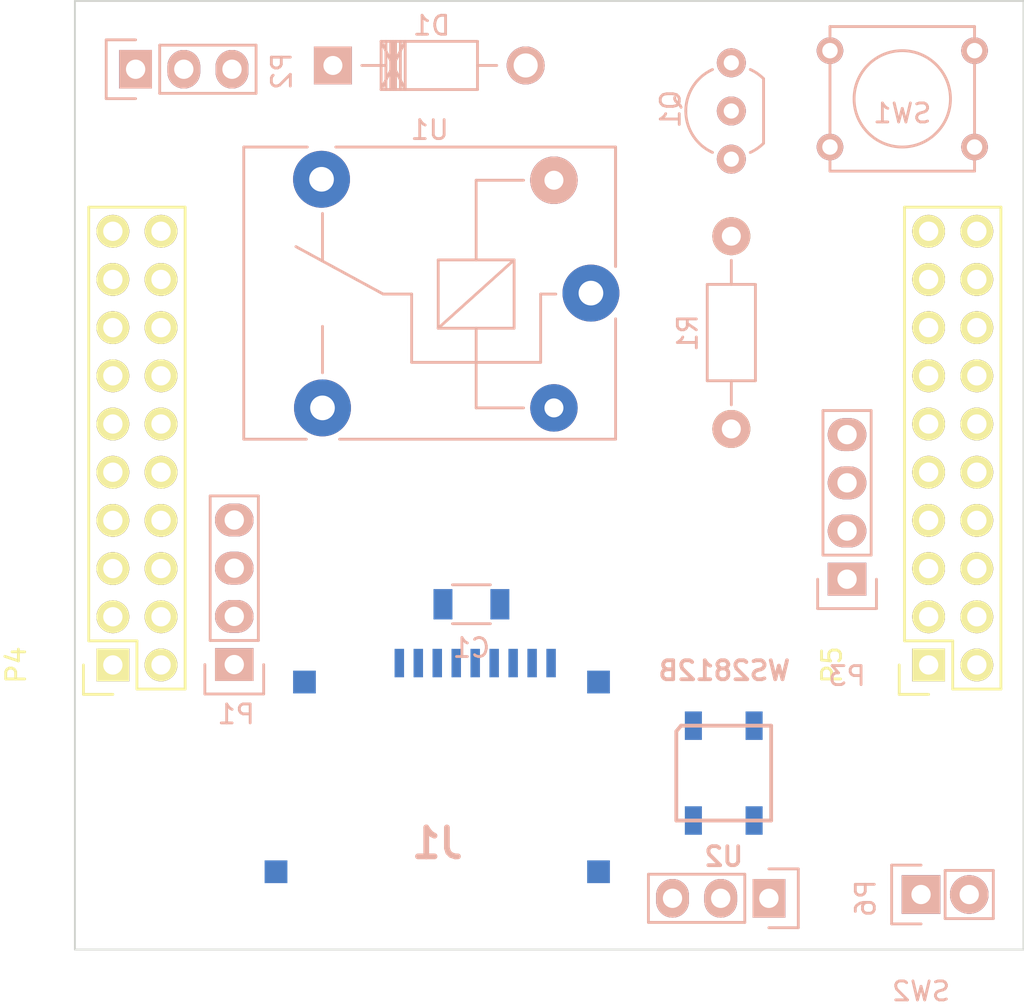
<source format=kicad_pcb>
(kicad_pcb (version 4) (host pcbnew 4.0.2-stable)

  (general
    (links 39)
    (no_connects 39)
    (area 11.949999 11.949999 62.050001 62.050001)
    (thickness 1.6)
    (drawings 4)
    (tracks 0)
    (zones 0)
    (modules 15)
    (nets 48)
  )

  (page A4)
  (layers
    (0 F.Cu signal)
    (31 B.Cu signal)
    (32 B.Adhes user)
    (33 F.Adhes user)
    (34 B.Paste user)
    (35 F.Paste user)
    (36 B.SilkS user)
    (37 F.SilkS user)
    (38 B.Mask user)
    (39 F.Mask user)
    (40 Dwgs.User user)
    (41 Cmts.User user)
    (42 Eco1.User user)
    (43 Eco2.User user)
    (44 Edge.Cuts user)
    (45 Margin user)
    (46 B.CrtYd user)
    (47 F.CrtYd user)
    (48 B.Fab user)
    (49 F.Fab user)
  )

  (setup
    (last_trace_width 0.25)
    (trace_clearance 0.2)
    (zone_clearance 0.508)
    (zone_45_only no)
    (trace_min 0.2)
    (segment_width 0.2)
    (edge_width 0.1)
    (via_size 0.6)
    (via_drill 0.4)
    (via_min_size 0.4)
    (via_min_drill 0.3)
    (uvia_size 0.3)
    (uvia_drill 0.1)
    (uvias_allowed no)
    (uvia_min_size 0.2)
    (uvia_min_drill 0.1)
    (pcb_text_width 0.3)
    (pcb_text_size 1.5 1.5)
    (mod_edge_width 0.15)
    (mod_text_size 1 1)
    (mod_text_width 0.15)
    (pad_size 1.5 1.5)
    (pad_drill 0.6)
    (pad_to_mask_clearance 0)
    (aux_axis_origin 0 0)
    (visible_elements FFFFFF7F)
    (pcbplotparams
      (layerselection 0x00030_80000001)
      (usegerberextensions false)
      (excludeedgelayer true)
      (linewidth 1.000000)
      (plotframeref false)
      (viasonmask false)
      (mode 1)
      (useauxorigin false)
      (hpglpennumber 1)
      (hpglpenspeed 20)
      (hpglpendiameter 15)
      (hpglpenoverlay 2)
      (psnegative false)
      (psa4output false)
      (plotreference true)
      (plotvalue true)
      (plotinvisibletext false)
      (padsonsilk false)
      (subtractmaskfromsilk false)
      (outputformat 1)
      (mirror false)
      (drillshape 1)
      (scaleselection 1)
      (outputdirectory ""))
  )

  (net 0 "")
  (net 1 +3.3v)
  (net 2 GND)
  (net 3 "Net-(D1-Pad2)")
  (net 4 +5V)
  (net 5 "Net-(J1-Pad8)")
  (net 6 PQ2)
  (net 7 PQ0)
  (net 8 PQ3)
  (net 9 PQ1)
  (net 10 "Net-(J1-Pad1)")
  (net 11 PP0)
  (net 12 PP1)
  (net 13 "Net-(P2-Pad1)")
  (net 14 "Net-(P2-Pad2)")
  (net 15 "Net-(P2-Pad3)")
  (net 16 PM0)
  (net 17 PM1)
  (net 18 PM2)
  (net 19 PD2)
  (net 20 PB4)
  (net 21 PB5)
  (net 22 JP4?)
  (net 23 PK0)
  (net 24 JP5?)
  (net 25 PK1)
  (net 26 PK2)
  (net 27 PP4)
  (net 28 PK3)
  (net 29 PN5)
  (net 30 PA4)
  (net 31 PN4)
  (net 32 PA5)
  (net 33 PG1)
  (net 34 PK4)
  (net 35 PM7)
  (net 36 PK5)
  (net 37 PP5)
  (net 38 PA7)
  (net 39 /RESET)
  (net 40 PH0)
  (net 41 PH1)
  (net 42 PP3)
  (net 43 PK6)
  (net 44 PK7)
  (net 45 PM6)
  (net 46 "Net-(P6-Pad2)")
  (net 47 "Net-(Q1-Pad2)")

  (net_class Default "This is the default net class."
    (clearance 0.2)
    (trace_width 0.25)
    (via_dia 0.6)
    (via_drill 0.4)
    (uvia_dia 0.3)
    (uvia_drill 0.1)
    (add_net +3.3v)
    (add_net +5V)
    (add_net /RESET)
    (add_net GND)
    (add_net JP4?)
    (add_net JP5?)
    (add_net "Net-(D1-Pad2)")
    (add_net "Net-(J1-Pad1)")
    (add_net "Net-(J1-Pad8)")
    (add_net "Net-(P2-Pad1)")
    (add_net "Net-(P2-Pad2)")
    (add_net "Net-(P2-Pad3)")
    (add_net "Net-(P6-Pad2)")
    (add_net "Net-(Q1-Pad2)")
    (add_net PA4)
    (add_net PA5)
    (add_net PA7)
    (add_net PB4)
    (add_net PB5)
    (add_net PD2)
    (add_net PG1)
    (add_net PH0)
    (add_net PH1)
    (add_net PK0)
    (add_net PK1)
    (add_net PK2)
    (add_net PK3)
    (add_net PK4)
    (add_net PK5)
    (add_net PK6)
    (add_net PK7)
    (add_net PM0)
    (add_net PM1)
    (add_net PM2)
    (add_net PM6)
    (add_net PM7)
    (add_net PN4)
    (add_net PN5)
    (add_net PP0)
    (add_net PP1)
    (add_net PP3)
    (add_net PP4)
    (add_net PP5)
    (add_net PQ0)
    (add_net PQ1)
    (add_net PQ2)
    (add_net PQ3)
  )

  (module Capacitors_SMD:C_1206 (layer B.Cu) (tedit 5415D7BD) (tstamp 575C7886)
    (at 32.9 43.8)
    (descr "Capacitor SMD 1206, reflow soldering, AVX (see smccp.pdf)")
    (tags "capacitor 1206")
    (path /5736F818)
    (attr smd)
    (fp_text reference C1 (at 0 2.3) (layer B.SilkS)
      (effects (font (size 1 1) (thickness 0.15)) (justify mirror))
    )
    (fp_text value C_Small (at 0 -2.3) (layer B.Fab)
      (effects (font (size 1 1) (thickness 0.15)) (justify mirror))
    )
    (fp_line (start -2.3 1.15) (end 2.3 1.15) (layer B.CrtYd) (width 0.05))
    (fp_line (start -2.3 -1.15) (end 2.3 -1.15) (layer B.CrtYd) (width 0.05))
    (fp_line (start -2.3 1.15) (end -2.3 -1.15) (layer B.CrtYd) (width 0.05))
    (fp_line (start 2.3 1.15) (end 2.3 -1.15) (layer B.CrtYd) (width 0.05))
    (fp_line (start 1 1.025) (end -1 1.025) (layer B.SilkS) (width 0.15))
    (fp_line (start -1 -1.025) (end 1 -1.025) (layer B.SilkS) (width 0.15))
    (pad 1 smd rect (at -1.5 0) (size 1 1.6) (layers B.Cu B.Paste B.Mask)
      (net 1 +3.3v))
    (pad 2 smd rect (at 1.5 0) (size 1 1.6) (layers B.Cu B.Paste B.Mask)
      (net 2 GND))
    (model Capacitors_SMD.3dshapes/C_1206.wrl
      (at (xyz 0 0 0))
      (scale (xyz 1 1 1))
      (rotate (xyz 0 0 0))
    )
  )

  (module Diodes_ThroughHole:Diode_DO-41_SOD81_Horizontal_RM10 (layer B.Cu) (tedit 552FFCCE) (tstamp 575C788C)
    (at 25.6 15.39746)
    (descr "Diode, DO-41, SOD81, Horizontal, RM 10mm,")
    (tags "Diode, DO-41, SOD81, Horizontal, RM 10mm, 1N4007, SB140,")
    (path /572DD85B)
    (fp_text reference D1 (at 5.2 -2.09746) (layer B.SilkS)
      (effects (font (size 1 1) (thickness 0.15)) (justify mirror))
    )
    (fp_text value 1N4007 (at 5.2 2.30254) (layer B.Fab)
      (effects (font (size 1 1) (thickness 0.15)) (justify mirror))
    )
    (fp_line (start 7.62 0.00254) (end 8.636 0.00254) (layer B.SilkS) (width 0.15))
    (fp_line (start 2.794 0.00254) (end 1.524 0.00254) (layer B.SilkS) (width 0.15))
    (fp_line (start 3.048 1.27254) (end 3.048 -1.26746) (layer B.SilkS) (width 0.15))
    (fp_line (start 3.302 1.27254) (end 3.302 -1.26746) (layer B.SilkS) (width 0.15))
    (fp_line (start 3.556 1.27254) (end 3.556 -1.26746) (layer B.SilkS) (width 0.15))
    (fp_line (start 2.794 1.27254) (end 2.794 -1.26746) (layer B.SilkS) (width 0.15))
    (fp_line (start 3.81 1.27254) (end 2.54 -1.26746) (layer B.SilkS) (width 0.15))
    (fp_line (start 2.54 1.27254) (end 3.81 -1.26746) (layer B.SilkS) (width 0.15))
    (fp_line (start 3.81 1.27254) (end 3.81 -1.26746) (layer B.SilkS) (width 0.15))
    (fp_line (start 3.175 1.27254) (end 3.175 -1.26746) (layer B.SilkS) (width 0.15))
    (fp_line (start 2.54 -1.26746) (end 2.54 1.27254) (layer B.SilkS) (width 0.15))
    (fp_line (start 2.54 1.27254) (end 7.62 1.27254) (layer B.SilkS) (width 0.15))
    (fp_line (start 7.62 1.27254) (end 7.62 -1.26746) (layer B.SilkS) (width 0.15))
    (fp_line (start 7.62 -1.26746) (end 2.54 -1.26746) (layer B.SilkS) (width 0.15))
    (pad 2 thru_hole circle (at 10.16 0.00254 180) (size 1.99898 1.99898) (drill 1.27) (layers *.Cu *.Mask B.SilkS)
      (net 3 "Net-(D1-Pad2)"))
    (pad 1 thru_hole rect (at 0 0.00254 180) (size 1.99898 1.99898) (drill 1.00076) (layers *.Cu *.Mask B.SilkS)
      (net 4 +5V))
  )

  (module Pin_Headers:Pin_Header_Straight_1x04 (layer B.Cu) (tedit 0) (tstamp 575C78A4)
    (at 20.4 46.98)
    (descr "Through hole pin header")
    (tags "pin header")
    (path /572DBA37)
    (fp_text reference P1 (at 0.1 2.62) (layer B.SilkS)
      (effects (font (size 1 1) (thickness 0.15)) (justify mirror))
    )
    (fp_text value CONN_NFC (at 2.6 -5.68 90) (layer B.Fab)
      (effects (font (size 1 1) (thickness 0.15)) (justify mirror))
    )
    (fp_line (start -1.75 1.75) (end -1.75 -9.4) (layer B.CrtYd) (width 0.05))
    (fp_line (start 1.75 1.75) (end 1.75 -9.4) (layer B.CrtYd) (width 0.05))
    (fp_line (start -1.75 1.75) (end 1.75 1.75) (layer B.CrtYd) (width 0.05))
    (fp_line (start -1.75 -9.4) (end 1.75 -9.4) (layer B.CrtYd) (width 0.05))
    (fp_line (start -1.27 -1.27) (end -1.27 -8.89) (layer B.SilkS) (width 0.15))
    (fp_line (start 1.27 -1.27) (end 1.27 -8.89) (layer B.SilkS) (width 0.15))
    (fp_line (start 1.55 1.55) (end 1.55 0) (layer B.SilkS) (width 0.15))
    (fp_line (start -1.27 -8.89) (end 1.27 -8.89) (layer B.SilkS) (width 0.15))
    (fp_line (start 1.27 -1.27) (end -1.27 -1.27) (layer B.SilkS) (width 0.15))
    (fp_line (start -1.55 0) (end -1.55 1.55) (layer B.SilkS) (width 0.15))
    (fp_line (start -1.55 1.55) (end 1.55 1.55) (layer B.SilkS) (width 0.15))
    (pad 1 thru_hole rect (at 0 0) (size 2.032 1.7272) (drill 1.016) (layers *.Cu *.Mask B.SilkS)
      (net 2 GND))
    (pad 2 thru_hole oval (at 0 -2.54) (size 2.032 1.7272) (drill 1.016) (layers *.Cu *.Mask B.SilkS)
      (net 1 +3.3v))
    (pad 3 thru_hole oval (at 0 -5.08) (size 2.032 1.7272) (drill 1.016) (layers *.Cu *.Mask B.SilkS)
      (net 11 PP0))
    (pad 4 thru_hole oval (at 0 -7.62) (size 2.032 1.7272) (drill 1.016) (layers *.Cu *.Mask B.SilkS)
      (net 12 PP1))
    (model Pin_Headers.3dshapes/Pin_Header_Straight_1x04.wrl
      (at (xyz 0 -0.15 0))
      (scale (xyz 1 1 1))
      (rotate (xyz 0 0 90))
    )
  )

  (module Pin_Headers:Pin_Header_Straight_1x03 (layer B.Cu) (tedit 0) (tstamp 575C78AB)
    (at 15.2 15.6 270)
    (descr "Through hole pin header")
    (tags "pin header")
    (path /572DDE2B)
    (fp_text reference P2 (at 0.1 -7.7 270) (layer B.SilkS)
      (effects (font (size 1 1) (thickness 0.15)) (justify mirror))
    )
    (fp_text value CONN_RELAY (at -2.6 -2.44 360) (layer B.Fab)
      (effects (font (size 1 1) (thickness 0.15)) (justify mirror))
    )
    (fp_line (start -1.75 1.75) (end -1.75 -6.85) (layer B.CrtYd) (width 0.05))
    (fp_line (start 1.75 1.75) (end 1.75 -6.85) (layer B.CrtYd) (width 0.05))
    (fp_line (start -1.75 1.75) (end 1.75 1.75) (layer B.CrtYd) (width 0.05))
    (fp_line (start -1.75 -6.85) (end 1.75 -6.85) (layer B.CrtYd) (width 0.05))
    (fp_line (start -1.27 -1.27) (end -1.27 -6.35) (layer B.SilkS) (width 0.15))
    (fp_line (start -1.27 -6.35) (end 1.27 -6.35) (layer B.SilkS) (width 0.15))
    (fp_line (start 1.27 -6.35) (end 1.27 -1.27) (layer B.SilkS) (width 0.15))
    (fp_line (start 1.55 1.55) (end 1.55 0) (layer B.SilkS) (width 0.15))
    (fp_line (start 1.27 -1.27) (end -1.27 -1.27) (layer B.SilkS) (width 0.15))
    (fp_line (start -1.55 0) (end -1.55 1.55) (layer B.SilkS) (width 0.15))
    (fp_line (start -1.55 1.55) (end 1.55 1.55) (layer B.SilkS) (width 0.15))
    (pad 1 thru_hole rect (at 0 0 270) (size 2.032 1.7272) (drill 1.016) (layers *.Cu *.Mask B.SilkS)
      (net 13 "Net-(P2-Pad1)"))
    (pad 2 thru_hole oval (at 0 -2.54 270) (size 2.032 1.7272) (drill 1.016) (layers *.Cu *.Mask B.SilkS)
      (net 14 "Net-(P2-Pad2)"))
    (pad 3 thru_hole oval (at 0 -5.08 270) (size 2.032 1.7272) (drill 1.016) (layers *.Cu *.Mask B.SilkS)
      (net 15 "Net-(P2-Pad3)"))
    (model Pin_Headers.3dshapes/Pin_Header_Straight_1x03.wrl
      (at (xyz 0 -0.1 0))
      (scale (xyz 1 1 1))
      (rotate (xyz 0 0 90))
    )
  )

  (module Pin_Headers:Pin_Header_Straight_1x04 (layer B.Cu) (tedit 0) (tstamp 575C78B3)
    (at 52.7 42.48)
    (descr "Through hole pin header")
    (tags "pin header")
    (path /572DBB8D)
    (fp_text reference P3 (at 0 5.1) (layer B.SilkS)
      (effects (font (size 1 1) (thickness 0.15)) (justify mirror))
    )
    (fp_text value CONN_RGB_LED (at 0 3.1) (layer B.Fab)
      (effects (font (size 1 1) (thickness 0.15)) (justify mirror))
    )
    (fp_line (start -1.75 1.75) (end -1.75 -9.4) (layer B.CrtYd) (width 0.05))
    (fp_line (start 1.75 1.75) (end 1.75 -9.4) (layer B.CrtYd) (width 0.05))
    (fp_line (start -1.75 1.75) (end 1.75 1.75) (layer B.CrtYd) (width 0.05))
    (fp_line (start -1.75 -9.4) (end 1.75 -9.4) (layer B.CrtYd) (width 0.05))
    (fp_line (start -1.27 -1.27) (end -1.27 -8.89) (layer B.SilkS) (width 0.15))
    (fp_line (start 1.27 -1.27) (end 1.27 -8.89) (layer B.SilkS) (width 0.15))
    (fp_line (start 1.55 1.55) (end 1.55 0) (layer B.SilkS) (width 0.15))
    (fp_line (start -1.27 -8.89) (end 1.27 -8.89) (layer B.SilkS) (width 0.15))
    (fp_line (start 1.27 -1.27) (end -1.27 -1.27) (layer B.SilkS) (width 0.15))
    (fp_line (start -1.55 0) (end -1.55 1.55) (layer B.SilkS) (width 0.15))
    (fp_line (start -1.55 1.55) (end 1.55 1.55) (layer B.SilkS) (width 0.15))
    (pad 1 thru_hole rect (at 0 0) (size 2.032 1.7272) (drill 1.016) (layers *.Cu *.Mask B.SilkS)
      (net 1 +3.3v))
    (pad 2 thru_hole oval (at 0 -2.54) (size 2.032 1.7272) (drill 1.016) (layers *.Cu *.Mask B.SilkS)
      (net 16 PM0))
    (pad 3 thru_hole oval (at 0 -5.08) (size 2.032 1.7272) (drill 1.016) (layers *.Cu *.Mask B.SilkS)
      (net 17 PM1))
    (pad 4 thru_hole oval (at 0 -7.62) (size 2.032 1.7272) (drill 1.016) (layers *.Cu *.Mask B.SilkS)
      (net 18 PM2))
    (model Pin_Headers.3dshapes/Pin_Header_Straight_1x04.wrl
      (at (xyz 0 -0.15 0))
      (scale (xyz 1 1 1))
      (rotate (xyz 0 0 90))
    )
  )

  (module Socket_Strips:Socket_Strip_Straight_2x10 locked (layer F.Cu) (tedit 0) (tstamp 575C78CB)
    (at 14 47 90)
    (descr "Through hole socket strip")
    (tags "socket strip")
    (path /572DB46B)
    (fp_text reference P4 (at 0 -5.1 90) (layer F.SilkS)
      (effects (font (size 1 1) (thickness 0.15)))
    )
    (fp_text value CONN_X6 (at 21.4 5.2 90) (layer F.Fab)
      (effects (font (size 1 1) (thickness 0.15)))
    )
    (fp_line (start -1.75 -1.75) (end -1.75 4.3) (layer F.CrtYd) (width 0.05))
    (fp_line (start 24.65 -1.75) (end 24.65 4.3) (layer F.CrtYd) (width 0.05))
    (fp_line (start -1.75 -1.75) (end 24.65 -1.75) (layer F.CrtYd) (width 0.05))
    (fp_line (start -1.75 4.3) (end 24.65 4.3) (layer F.CrtYd) (width 0.05))
    (fp_line (start 24.13 3.81) (end -1.27 3.81) (layer F.SilkS) (width 0.15))
    (fp_line (start 1.27 -1.27) (end 24.13 -1.27) (layer F.SilkS) (width 0.15))
    (fp_line (start 24.13 3.81) (end 24.13 -1.27) (layer F.SilkS) (width 0.15))
    (fp_line (start -1.27 3.81) (end -1.27 1.27) (layer F.SilkS) (width 0.15))
    (fp_line (start 0 -1.55) (end -1.55 -1.55) (layer F.SilkS) (width 0.15))
    (fp_line (start -1.27 1.27) (end 1.27 1.27) (layer F.SilkS) (width 0.15))
    (fp_line (start 1.27 1.27) (end 1.27 -1.27) (layer F.SilkS) (width 0.15))
    (fp_line (start -1.55 -1.55) (end -1.55 0) (layer F.SilkS) (width 0.15))
    (pad 1 thru_hole rect (at 0 0 90) (size 1.7272 1.7272) (drill 1.016) (layers *.Cu *.Mask F.SilkS)
      (net 1 +3.3v))
    (pad 2 thru_hole oval (at 0 2.54 90) (size 1.7272 1.7272) (drill 1.016) (layers *.Cu *.Mask F.SilkS)
      (net 4 +5V))
    (pad 3 thru_hole oval (at 2.54 0 90) (size 1.7272 1.7272) (drill 1.016) (layers *.Cu *.Mask F.SilkS)
      (net 19 PD2))
    (pad 4 thru_hole oval (at 2.54 2.54 90) (size 1.7272 1.7272) (drill 1.016) (layers *.Cu *.Mask F.SilkS)
      (net 2 GND))
    (pad 5 thru_hole oval (at 5.08 0 90) (size 1.7272 1.7272) (drill 1.016) (layers *.Cu *.Mask F.SilkS)
      (net 11 PP0))
    (pad 6 thru_hole oval (at 5.08 2.54 90) (size 1.7272 1.7272) (drill 1.016) (layers *.Cu *.Mask F.SilkS)
      (net 20 PB4))
    (pad 7 thru_hole oval (at 7.62 0 90) (size 1.7272 1.7272) (drill 1.016) (layers *.Cu *.Mask F.SilkS)
      (net 12 PP1))
    (pad 8 thru_hole oval (at 7.62 2.54 90) (size 1.7272 1.7272) (drill 1.016) (layers *.Cu *.Mask F.SilkS)
      (net 21 PB5))
    (pad 9 thru_hole oval (at 10.16 0 90) (size 1.7272 1.7272) (drill 1.016) (layers *.Cu *.Mask F.SilkS)
      (net 22 JP4?))
    (pad 10 thru_hole oval (at 10.16 2.54 90) (size 1.7272 1.7272) (drill 1.016) (layers *.Cu *.Mask F.SilkS)
      (net 23 PK0))
    (pad 11 thru_hole oval (at 12.7 0 90) (size 1.7272 1.7272) (drill 1.016) (layers *.Cu *.Mask F.SilkS)
      (net 24 JP5?))
    (pad 12 thru_hole oval (at 12.7 2.54 90) (size 1.7272 1.7272) (drill 1.016) (layers *.Cu *.Mask F.SilkS)
      (net 25 PK1))
    (pad 13 thru_hole oval (at 15.24 0 90) (size 1.7272 1.7272) (drill 1.016) (layers *.Cu *.Mask F.SilkS)
      (net 7 PQ0))
    (pad 14 thru_hole oval (at 15.24 2.54 90) (size 1.7272 1.7272) (drill 1.016) (layers *.Cu *.Mask F.SilkS)
      (net 26 PK2))
    (pad 15 thru_hole oval (at 17.78 0 90) (size 1.7272 1.7272) (drill 1.016) (layers *.Cu *.Mask F.SilkS)
      (net 27 PP4))
    (pad 16 thru_hole oval (at 17.78 2.54 90) (size 1.7272 1.7272) (drill 1.016) (layers *.Cu *.Mask F.SilkS)
      (net 28 PK3))
    (pad 17 thru_hole oval (at 20.32 0 90) (size 1.7272 1.7272) (drill 1.016) (layers *.Cu *.Mask F.SilkS)
      (net 29 PN5))
    (pad 18 thru_hole oval (at 20.32 2.54 90) (size 1.7272 1.7272) (drill 1.016) (layers *.Cu *.Mask F.SilkS)
      (net 30 PA4))
    (pad 19 thru_hole oval (at 22.86 0 90) (size 1.7272 1.7272) (drill 1.016) (layers *.Cu *.Mask F.SilkS)
      (net 31 PN4))
    (pad 20 thru_hole oval (at 22.86 2.54 90) (size 1.7272 1.7272) (drill 1.016) (layers *.Cu *.Mask F.SilkS)
      (net 32 PA5))
    (model Socket_Strips.3dshapes/Socket_Strip_Straight_2x10.wrl
      (at (xyz 0.45 -0.05 0))
      (scale (xyz 1 1 1))
      (rotate (xyz 0 0 180))
    )
  )

  (module Socket_Strips:Socket_Strip_Straight_2x10 locked (layer F.Cu) (tedit 0) (tstamp 575C78E3)
    (at 57 47 90)
    (descr "Through hole socket strip")
    (tags "socket strip")
    (path /572DB41F)
    (fp_text reference P5 (at 0 -5.1 90) (layer F.SilkS)
      (effects (font (size 1 1) (thickness 0.15)))
    )
    (fp_text value CONN_X7 (at 0 -3.1 90) (layer F.Fab)
      (effects (font (size 1 1) (thickness 0.15)))
    )
    (fp_line (start -1.75 -1.75) (end -1.75 4.3) (layer F.CrtYd) (width 0.05))
    (fp_line (start 24.65 -1.75) (end 24.65 4.3) (layer F.CrtYd) (width 0.05))
    (fp_line (start -1.75 -1.75) (end 24.65 -1.75) (layer F.CrtYd) (width 0.05))
    (fp_line (start -1.75 4.3) (end 24.65 4.3) (layer F.CrtYd) (width 0.05))
    (fp_line (start 24.13 3.81) (end -1.27 3.81) (layer F.SilkS) (width 0.15))
    (fp_line (start 1.27 -1.27) (end 24.13 -1.27) (layer F.SilkS) (width 0.15))
    (fp_line (start 24.13 3.81) (end 24.13 -1.27) (layer F.SilkS) (width 0.15))
    (fp_line (start -1.27 3.81) (end -1.27 1.27) (layer F.SilkS) (width 0.15))
    (fp_line (start 0 -1.55) (end -1.55 -1.55) (layer F.SilkS) (width 0.15))
    (fp_line (start -1.27 1.27) (end 1.27 1.27) (layer F.SilkS) (width 0.15))
    (fp_line (start 1.27 1.27) (end 1.27 -1.27) (layer F.SilkS) (width 0.15))
    (fp_line (start -1.55 -1.55) (end -1.55 0) (layer F.SilkS) (width 0.15))
    (pad 1 thru_hole rect (at 0 0 90) (size 1.7272 1.7272) (drill 1.016) (layers *.Cu *.Mask F.SilkS)
      (net 33 PG1))
    (pad 2 thru_hole oval (at 0 2.54 90) (size 1.7272 1.7272) (drill 1.016) (layers *.Cu *.Mask F.SilkS)
      (net 2 GND))
    (pad 3 thru_hole oval (at 2.54 0 90) (size 1.7272 1.7272) (drill 1.016) (layers *.Cu *.Mask F.SilkS)
      (net 34 PK4))
    (pad 4 thru_hole oval (at 2.54 2.54 90) (size 1.7272 1.7272) (drill 1.016) (layers *.Cu *.Mask F.SilkS)
      (net 35 PM7))
    (pad 5 thru_hole oval (at 5.08 0 90) (size 1.7272 1.7272) (drill 1.016) (layers *.Cu *.Mask F.SilkS)
      (net 36 PK5))
    (pad 6 thru_hole oval (at 5.08 2.54 90) (size 1.7272 1.7272) (drill 1.016) (layers *.Cu *.Mask F.SilkS)
      (net 37 PP5))
    (pad 7 thru_hole oval (at 7.62 0 90) (size 1.7272 1.7272) (drill 1.016) (layers *.Cu *.Mask F.SilkS)
      (net 16 PM0))
    (pad 8 thru_hole oval (at 7.62 2.54 90) (size 1.7272 1.7272) (drill 1.016) (layers *.Cu *.Mask F.SilkS)
      (net 38 PA7))
    (pad 9 thru_hole oval (at 10.16 0 90) (size 1.7272 1.7272) (drill 1.016) (layers *.Cu *.Mask F.SilkS)
      (net 17 PM1))
    (pad 10 thru_hole oval (at 10.16 2.54 90) (size 1.7272 1.7272) (drill 1.016) (layers *.Cu *.Mask F.SilkS)
      (net 39 /RESET))
    (pad 11 thru_hole oval (at 12.7 0 90) (size 1.7272 1.7272) (drill 1.016) (layers *.Cu *.Mask F.SilkS)
      (net 18 PM2))
    (pad 12 thru_hole oval (at 12.7 2.54 90) (size 1.7272 1.7272) (drill 1.016) (layers *.Cu *.Mask F.SilkS)
      (net 6 PQ2))
    (pad 13 thru_hole oval (at 15.24 0 90) (size 1.7272 1.7272) (drill 1.016) (layers *.Cu *.Mask F.SilkS)
      (net 40 PH0))
    (pad 14 thru_hole oval (at 15.24 2.54 90) (size 1.7272 1.7272) (drill 1.016) (layers *.Cu *.Mask F.SilkS)
      (net 8 PQ3))
    (pad 15 thru_hole oval (at 17.78 0 90) (size 1.7272 1.7272) (drill 1.016) (layers *.Cu *.Mask F.SilkS)
      (net 41 PH1))
    (pad 16 thru_hole oval (at 17.78 2.54 90) (size 1.7272 1.7272) (drill 1.016) (layers *.Cu *.Mask F.SilkS)
      (net 42 PP3))
    (pad 17 thru_hole oval (at 20.32 0 90) (size 1.7272 1.7272) (drill 1.016) (layers *.Cu *.Mask F.SilkS)
      (net 43 PK6))
    (pad 18 thru_hole oval (at 20.32 2.54 90) (size 1.7272 1.7272) (drill 1.016) (layers *.Cu *.Mask F.SilkS)
      (net 9 PQ1))
    (pad 19 thru_hole oval (at 22.86 0 90) (size 1.7272 1.7272) (drill 1.016) (layers *.Cu *.Mask F.SilkS)
      (net 44 PK7))
    (pad 20 thru_hole oval (at 22.86 2.54 90) (size 1.7272 1.7272) (drill 1.016) (layers *.Cu *.Mask F.SilkS)
      (net 45 PM6))
    (model Socket_Strips.3dshapes/Socket_Strip_Straight_2x10.wrl
      (at (xyz 0.45 -0.05 0))
      (scale (xyz 1 1 1))
      (rotate (xyz 0 0 180))
    )
  )

  (module Pin_Headers:Pin_Header_Straight_1x03 (layer B.Cu) (tedit 0) (tstamp 575C78EA)
    (at 48.58 59.3 90)
    (descr "Through hole pin header")
    (tags "pin header")
    (path /572DBF3A)
    (fp_text reference P6 (at 0 5.1 90) (layer B.SilkS)
      (effects (font (size 1 1) (thickness 0.15)) (justify mirror))
    )
    (fp_text value CONN_WS2812 (at 0 3.1 90) (layer B.Fab)
      (effects (font (size 1 1) (thickness 0.15)) (justify mirror))
    )
    (fp_line (start -1.75 1.75) (end -1.75 -6.85) (layer B.CrtYd) (width 0.05))
    (fp_line (start 1.75 1.75) (end 1.75 -6.85) (layer B.CrtYd) (width 0.05))
    (fp_line (start -1.75 1.75) (end 1.75 1.75) (layer B.CrtYd) (width 0.05))
    (fp_line (start -1.75 -6.85) (end 1.75 -6.85) (layer B.CrtYd) (width 0.05))
    (fp_line (start -1.27 -1.27) (end -1.27 -6.35) (layer B.SilkS) (width 0.15))
    (fp_line (start -1.27 -6.35) (end 1.27 -6.35) (layer B.SilkS) (width 0.15))
    (fp_line (start 1.27 -6.35) (end 1.27 -1.27) (layer B.SilkS) (width 0.15))
    (fp_line (start 1.55 1.55) (end 1.55 0) (layer B.SilkS) (width 0.15))
    (fp_line (start 1.27 -1.27) (end -1.27 -1.27) (layer B.SilkS) (width 0.15))
    (fp_line (start -1.55 0) (end -1.55 1.55) (layer B.SilkS) (width 0.15))
    (fp_line (start -1.55 1.55) (end 1.55 1.55) (layer B.SilkS) (width 0.15))
    (pad 1 thru_hole rect (at 0 0 90) (size 2.032 1.7272) (drill 1.016) (layers *.Cu *.Mask B.SilkS)
      (net 4 +5V))
    (pad 2 thru_hole oval (at 0 -2.54 90) (size 2.032 1.7272) (drill 1.016) (layers *.Cu *.Mask B.SilkS)
      (net 46 "Net-(P6-Pad2)"))
    (pad 3 thru_hole oval (at 0 -5.08 90) (size 2.032 1.7272) (drill 1.016) (layers *.Cu *.Mask B.SilkS)
      (net 2 GND))
    (model Pin_Headers.3dshapes/Pin_Header_Straight_1x03.wrl
      (at (xyz 0 -0.1 0))
      (scale (xyz 1 1 1))
      (rotate (xyz 0 0 90))
    )
  )

  (module TO_SOT_Packages_THT:TO-92_Inline_Wide (layer B.Cu) (tedit 54F242B4) (tstamp 575C78F1)
    (at 46.6 15.26 270)
    (descr "TO-92 leads in-line, wide, drill 0.8mm (see NXP sot054_po.pdf)")
    (tags "to-92 sc-43 sc-43a sot54 PA33 transistor")
    (path /572E2FF6)
    (fp_text reference Q1 (at 2.44 3.2 450) (layer B.SilkS)
      (effects (font (size 1 1) (thickness 0.15)) (justify mirror))
    )
    (fp_text value PN2222A (at 2.44 -2.8 270) (layer B.Fab)
      (effects (font (size 1 1) (thickness 0.15)) (justify mirror))
    )
    (fp_arc (start 2.54 0) (end 0.84 -1.7) (angle -20.5) (layer B.SilkS) (width 0.15))
    (fp_arc (start 2.54 0) (end 4.24 -1.7) (angle 20.5) (layer B.SilkS) (width 0.15))
    (fp_line (start -1 -1.95) (end -1 2.65) (layer B.CrtYd) (width 0.05))
    (fp_line (start -1 -1.95) (end 6.1 -1.95) (layer B.CrtYd) (width 0.05))
    (fp_line (start 0.84 -1.7) (end 4.24 -1.7) (layer B.SilkS) (width 0.15))
    (fp_arc (start 2.54 0) (end 2.54 2.4) (angle 65.55604127) (layer B.SilkS) (width 0.15))
    (fp_arc (start 2.54 0) (end 2.54 2.4) (angle -65.55604127) (layer B.SilkS) (width 0.15))
    (fp_line (start -1 2.65) (end 6.1 2.65) (layer B.CrtYd) (width 0.05))
    (fp_line (start 6.1 -1.95) (end 6.1 2.65) (layer B.CrtYd) (width 0.05))
    (pad 2 thru_hole circle (at 2.54 0 180) (size 1.524 1.524) (drill 0.8) (layers *.Cu *.Mask B.SilkS)
      (net 47 "Net-(Q1-Pad2)"))
    (pad 3 thru_hole circle (at 5.08 0 180) (size 1.524 1.524) (drill 0.8) (layers *.Cu *.Mask B.SilkS)
      (net 3 "Net-(D1-Pad2)"))
    (pad 1 thru_hole circle (at 0 0 180) (size 1.524 1.524) (drill 0.8) (layers *.Cu *.Mask B.SilkS)
      (net 2 GND))
    (model TO_SOT_Packages_THT.3dshapes/TO-92_Inline_Wide.wrl
      (at (xyz 0.1 0 0))
      (scale (xyz 1 1 1))
      (rotate (xyz 0 0 -90))
    )
  )

  (module Resistors_ThroughHole:Resistor_Horizontal_RM10mm (layer B.Cu) (tedit 56648415) (tstamp 575C78F7)
    (at 46.6 24.4 270)
    (descr "Resistor, Axial,  RM 10mm, 1/3W")
    (tags "Resistor Axial RM 10mm 1/3W")
    (path /572DDBEA)
    (fp_text reference R1 (at 5.1 2.3 270) (layer B.SilkS)
      (effects (font (size 1 1) (thickness 0.15)) (justify mirror))
    )
    (fp_text value 1k (at 5.2 -2.4 270) (layer B.Fab)
      (effects (font (size 1 1) (thickness 0.15)) (justify mirror))
    )
    (fp_line (start -1.25 1.5) (end 11.4 1.5) (layer B.CrtYd) (width 0.05))
    (fp_line (start -1.25 -1.5) (end -1.25 1.5) (layer B.CrtYd) (width 0.05))
    (fp_line (start 11.4 1.5) (end 11.4 -1.5) (layer B.CrtYd) (width 0.05))
    (fp_line (start -1.25 -1.5) (end 11.4 -1.5) (layer B.CrtYd) (width 0.05))
    (fp_line (start 2.54 1.27) (end 7.62 1.27) (layer B.SilkS) (width 0.15))
    (fp_line (start 7.62 1.27) (end 7.62 -1.27) (layer B.SilkS) (width 0.15))
    (fp_line (start 7.62 -1.27) (end 2.54 -1.27) (layer B.SilkS) (width 0.15))
    (fp_line (start 2.54 -1.27) (end 2.54 1.27) (layer B.SilkS) (width 0.15))
    (fp_line (start 2.54 0) (end 1.27 0) (layer B.SilkS) (width 0.15))
    (fp_line (start 7.62 0) (end 8.89 0) (layer B.SilkS) (width 0.15))
    (pad 1 thru_hole circle (at 0 0 270) (size 1.99898 1.99898) (drill 1.00076) (layers *.Cu *.SilkS *.Mask)
      (net 47 "Net-(Q1-Pad2)"))
    (pad 2 thru_hole circle (at 10.16 0 270) (size 1.99898 1.99898) (drill 1.00076) (layers *.Cu *.SilkS *.Mask)
      (net 33 PG1))
    (model Resistors_ThroughHole.3dshapes/Resistor_Horizontal_RM10mm.wrl
      (at (xyz 0 0 0))
      (scale (xyz 0.4 0.4 0.4))
      (rotate (xyz 0 0 0))
    )
  )

  (module Buttons_Switches_ThroughHole:SW_PUSH_SMALL (layer B.Cu) (tedit 0) (tstamp 575C78FF)
    (at 55.61 17.16)
    (path /572DBD3B)
    (fp_text reference SW1 (at 0 0.762) (layer B.SilkS)
      (effects (font (size 1 1) (thickness 0.15)) (justify mirror))
    )
    (fp_text value SW_RST (at 0 -1.016) (layer B.Fab)
      (effects (font (size 1 1) (thickness 0.15)) (justify mirror))
    )
    (fp_circle (center 0 0) (end 0 2.54) (layer B.SilkS) (width 0.15))
    (fp_line (start -3.81 3.81) (end 3.81 3.81) (layer B.SilkS) (width 0.15))
    (fp_line (start 3.81 3.81) (end 3.81 -3.81) (layer B.SilkS) (width 0.15))
    (fp_line (start 3.81 -3.81) (end -3.81 -3.81) (layer B.SilkS) (width 0.15))
    (fp_line (start -3.81 3.81) (end -3.81 -3.81) (layer B.SilkS) (width 0.15))
    (pad 1 thru_hole circle (at 3.81 2.54) (size 1.397 1.397) (drill 0.8128) (layers *.Cu *.Mask B.SilkS)
      (net 39 /RESET))
    (pad 2 thru_hole circle (at 3.81 -2.54) (size 1.397 1.397) (drill 0.8128) (layers *.Cu *.Mask B.SilkS)
      (net 2 GND))
    (pad 1 thru_hole circle (at -3.81 2.54) (size 1.397 1.397) (drill 0.8128) (layers *.Cu *.Mask B.SilkS)
      (net 39 /RESET))
    (pad 2 thru_hole circle (at -3.81 -2.54) (size 1.397 1.397) (drill 0.8128) (layers *.Cu *.Mask B.SilkS)
      (net 2 GND))
  )

  (module Socket_Strips:Socket_Strip_Straight_1x02 (layer B.Cu) (tedit 54E9F75E) (tstamp 575C7905)
    (at 56.6 59.1)
    (descr "Through hole socket strip")
    (tags "socket strip")
    (path /572DC67E)
    (fp_text reference SW2 (at 0 5.1) (layer B.SilkS)
      (effects (font (size 1 1) (thickness 0.15)) (justify mirror))
    )
    (fp_text value SW_BTN (at 0 3.1) (layer B.Fab)
      (effects (font (size 1 1) (thickness 0.15)) (justify mirror))
    )
    (fp_line (start -1.55 -1.55) (end 0 -1.55) (layer B.SilkS) (width 0.15))
    (fp_line (start 3.81 -1.27) (end 1.27 -1.27) (layer B.SilkS) (width 0.15))
    (fp_line (start -1.75 1.75) (end -1.75 -1.75) (layer B.CrtYd) (width 0.05))
    (fp_line (start 4.3 1.75) (end 4.3 -1.75) (layer B.CrtYd) (width 0.05))
    (fp_line (start -1.75 1.75) (end 4.3 1.75) (layer B.CrtYd) (width 0.05))
    (fp_line (start -1.75 -1.75) (end 4.3 -1.75) (layer B.CrtYd) (width 0.05))
    (fp_line (start 1.27 -1.27) (end 1.27 1.27) (layer B.SilkS) (width 0.15))
    (fp_line (start 0 1.55) (end -1.55 1.55) (layer B.SilkS) (width 0.15))
    (fp_line (start -1.55 1.55) (end -1.55 -1.55) (layer B.SilkS) (width 0.15))
    (fp_line (start 1.27 1.27) (end 3.81 1.27) (layer B.SilkS) (width 0.15))
    (fp_line (start 3.81 1.27) (end 3.81 -1.27) (layer B.SilkS) (width 0.15))
    (pad 1 thru_hole rect (at 0 0) (size 2.032 2.032) (drill 1.016) (layers *.Cu *.Mask B.SilkS)
      (net 35 PM7))
    (pad 2 thru_hole oval (at 2.54 0) (size 2.032 2.032) (drill 1.016) (layers *.Cu *.Mask B.SilkS)
      (net 2 GND))
    (model Socket_Strips.3dshapes/Socket_Strip_Straight_1x02.wrl
      (at (xyz 0.05 0 0))
      (scale (xyz 1 1 1))
      (rotate (xyz 0 0 180))
    )
  )

  (module Relays_ThroughHole:Relay_SANYOU_SRD_Series_Form_C (layer B.Cu) (tedit 5418D3EA) (tstamp 575C790E)
    (at 39.2 27.4 180)
    (descr "relay, Sanyou SRD series Form C")
    (path /572DD4F6)
    (fp_text reference U1 (at 8.5 8.6 180) (layer B.SilkS)
      (effects (font (size 1 1) (thickness 0.15)) (justify mirror))
    )
    (fp_text value SRD-05VDC-SL-C (at 8 -8.5 180) (layer B.Fab)
      (effects (font (size 1 1) (thickness 0.15)) (justify mirror))
    )
    (fp_line (start 15 -7.7) (end 18.3 -7.7) (layer B.SilkS) (width 0.15))
    (fp_line (start 18.3 -7.7) (end 18.3 7.7) (layer B.SilkS) (width 0.15))
    (fp_line (start 18.3 7.7) (end 14.95 7.7) (layer B.SilkS) (width 0.15))
    (fp_line (start -1.3 -1.35) (end -1.3 -7.7) (layer B.SilkS) (width 0.15))
    (fp_line (start -1.3 -7.7) (end 13.25 -7.7) (layer B.SilkS) (width 0.15))
    (fp_line (start -1.3 1.4) (end -1.3 7.7) (layer B.SilkS) (width 0.15))
    (fp_line (start -1.3 7.7) (end 13.45 7.7) (layer B.SilkS) (width 0.15))
    (fp_line (start -1.3 7.65) (end -1.3 1.4) (layer B.SilkS) (width 0.15))
    (fp_line (start 14.15 -4.2) (end 14.15 -1.75) (layer B.SilkS) (width 0.15))
    (fp_line (start 14.15 4.2) (end 14.15 1.7) (layer B.SilkS) (width 0.15))
    (fp_line (start 3.55 -6.05) (end 6.05 -6.05) (layer B.SilkS) (width 0.15))
    (fp_line (start 2.65 -0.05) (end 1.85 -0.05) (layer B.SilkS) (width 0.15))
    (fp_line (start 6.05 5.95) (end 3.55 5.95) (layer B.SilkS) (width 0.15))
    (fp_line (start 9.45 -0.05) (end 10.95 -0.05) (layer B.SilkS) (width 0.15))
    (fp_line (start 10.95 -0.05) (end 15.55 2.45) (layer B.SilkS) (width 0.15))
    (fp_line (start 9.45 -3.65) (end 2.65 -3.65) (layer B.SilkS) (width 0.15))
    (fp_line (start 9.45 -0.05) (end 9.45 -3.65) (layer B.SilkS) (width 0.15))
    (fp_line (start 2.65 -0.05) (end 2.65 -3.65) (layer B.SilkS) (width 0.15))
    (fp_line (start 6.05 5.95) (end 6.05 1.75) (layer B.SilkS) (width 0.15))
    (fp_line (start 6.05 -1.85) (end 6.05 -6.05) (layer B.SilkS) (width 0.15))
    (fp_line (start 8.05 -1.85) (end 4.05 1.75) (layer B.SilkS) (width 0.15))
    (fp_line (start 4.05 -1.85) (end 4.05 1.75) (layer B.SilkS) (width 0.15))
    (fp_line (start 4.05 1.75) (end 8.05 1.75) (layer B.SilkS) (width 0.15))
    (fp_line (start 8.05 1.75) (end 8.05 -1.85) (layer B.SilkS) (width 0.15))
    (fp_line (start 8.05 -1.85) (end 4.05 -1.85) (layer B.SilkS) (width 0.15))
    (pad 2 thru_hole circle (at 1.95 -6.05 90) (size 2.5 2.5) (drill 1) (layers *.Cu *.Mask)
      (net 3 "Net-(D1-Pad2)"))
    (pad 3 thru_hole circle (at 14.15 -6.05 90) (size 3 3) (drill 1.3) (layers *.Cu *.Mask)
      (net 15 "Net-(P2-Pad3)"))
    (pad 4 thru_hole circle (at 14.2 6 90) (size 3 3) (drill 1.3) (layers *.Cu *.Mask)
      (net 13 "Net-(P2-Pad1)"))
    (pad 5 thru_hole circle (at 1.95 5.95 90) (size 2.5 2.5) (drill 1) (layers *.Cu *.Mask B.SilkS)
      (net 4 +5V))
    (pad 1 thru_hole circle (at 0 0 90) (size 3 3) (drill 1.3) (layers *.Cu *.Mask)
      (net 14 "Net-(P2-Pad2)"))
    (model Relays_ThroughHole.3dshapes/Relay_SANYOU_SRD_Series_Form_C.wrl
      (at (xyz 0 0 0))
      (scale (xyz 1 1 1))
      (rotate (xyz 0 0 0))
    )
  )

  (module ws2812:WS2812b (layer B.Cu) (tedit 544EAA30) (tstamp 575C7916)
    (at 46.2 52.7)
    (path /572DBE86)
    (fp_text reference U2 (at 0 4.4) (layer B.SilkS)
      (effects (font (size 1 1) (thickness 0.2)) (justify mirror))
    )
    (fp_text value WS2812B (at 0.025 -5.4) (layer B.SilkS)
      (effects (font (size 1 1) (thickness 0.2)) (justify mirror))
    )
    (fp_line (start -2.5 -2.2) (end -2.5 2.5) (layer B.SilkS) (width 0.2))
    (fp_line (start -2.25 -2.5) (end 2.5 -2.5) (layer B.SilkS) (width 0.2))
    (fp_line (start -2.5 -2.2) (end -2.25 -2.5) (layer B.SilkS) (width 0.2))
    (fp_line (start 2.5 2.5) (end 2.5 -2.5) (layer B.SilkS) (width 0.2))
    (fp_line (start -2.49936 2.49936) (end 2.49936 2.49936) (layer B.SilkS) (width 0.2))
    (pad 1 smd rect (at 1.6002 2.49936) (size 0.89916 1.50114) (layers B.Cu B.Paste B.Mask)
      (net 4 +5V))
    (pad 2 smd rect (at -1.6002 2.49936) (size 0.89916 1.50114) (layers B.Cu B.Paste B.Mask)
      (net 46 "Net-(P6-Pad2)"))
    (pad 3 smd rect (at -1.6002 -2.49936) (size 0.89916 1.50114) (layers B.Cu B.Paste B.Mask)
      (net 2 GND))
    (pad 4 smd rect (at 1.6002 -2.49936) (size 0.89916 1.50114) (layers B.Cu B.Paste B.Mask)
      (net 37 PP5))
  )

  (module MicroSD:MICRO_SD_HINGE_CHINA (layer B.Cu) (tedit 575C8826) (tstamp 575C931C)
    (at 33.1 55.4)
    (path /572E391C)
    (attr smd)
    (fp_text reference J1 (at -2 1) (layer B.SilkS)
      (effects (font (thickness 0.3048)) (justify mirror))
    )
    (fp_text value MICRO_SD_HINGE (at -2 -6.5) (layer B.SilkS) hide
      (effects (font (size 1 1) (thickness 0.25)) (justify mirror))
    )
    (fp_line (start -9.5 -8) (end -9.5 6.5) (layer F.Paste) (width 0.15))
    (fp_line (start 5.5 -8) (end -9.5 -8) (layer F.Paste) (width 0.15))
    (fp_line (start 5.5 6.5) (end 5.5 -8) (layer F.Paste) (width 0.15))
    (fp_line (start -9.5 6.5) (end 5.5 6.5) (layer F.Paste) (width 0.15))
    (pad 1 smd rect (at -4 -8.5) (size 0.5 1.5) (layers B.Cu B.Paste B.Mask)
      (net 10 "Net-(J1-Pad1)"))
    (pad 2 smd rect (at -3 -8.5) (size 0.5 1.5) (layers B.Cu B.Paste B.Mask)
      (net 9 PQ1))
    (pad 3 smd rect (at -2 -8.5) (size 0.5 1.5) (layers B.Cu B.Paste B.Mask)
      (net 8 PQ3))
    (pad 4 smd rect (at -1 -8.5) (size 0.5 1.5) (layers B.Cu B.Paste B.Mask)
      (net 1 +3.3v))
    (pad 5 smd rect (at 0 -8.5) (size 0.5 1.5) (layers B.Cu B.Paste B.Mask)
      (net 7 PQ0))
    (pad 6 smd rect (at 1 -8.5) (size 0.5 1.5) (layers B.Cu B.Paste B.Mask)
      (net 2 GND))
    (pad 7 smd rect (at 2 -8.5) (size 0.5 1.5) (layers B.Cu B.Paste B.Mask)
      (net 6 PQ2))
    (pad 8 smd rect (at 3 -8.5) (size 0.5 1.5) (layers B.Cu B.Paste B.Mask)
      (net 5 "Net-(J1-Pad8)"))
    (pad 9 smd rect (at 4 -8.5) (size 0.5 1.5) (layers B.Cu B.Paste B.Mask))
    (pad "" smd rect (at -9 -7.5) (size 1.2 1.2) (layers B.Cu B.Paste B.Mask))
    (pad "" smd rect (at 6.5 -7.5) (size 1.2 1.2) (layers B.Cu B.Paste B.Mask))
    (pad "" smd rect (at -10.5 2.5) (size 1.2 1.2) (layers B.Cu B.Paste B.Mask))
    (pad "" smd rect (at 6.5 2.5) (size 1.2 1.2) (layers B.Cu B.Paste B.Mask))
    (model 3D/SD-Amp-microSlot.wrl
      (at (xyz 0 -0.261181 0))
      (scale (xyz 0.3937 0.3937 0.3937))
      (rotate (xyz 0 0 0))
    )
  )

  (gr_line (start 12 12) (end 12 62) (layer Edge.Cuts) (width 0.1))
  (gr_line (start 12 62) (end 62 62) (layer Edge.Cuts) (width 0.1))
  (gr_line (start 62 12) (end 62 62) (layer Edge.Cuts) (width 0.1))
  (gr_line (start 12 12) (end 62 12) (layer Edge.Cuts) (width 0.1))

)

</source>
